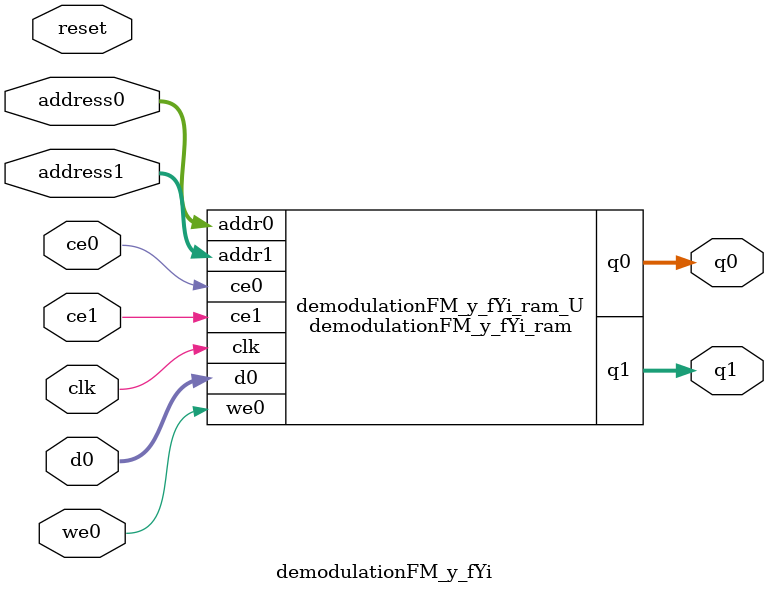
<source format=v>
`timescale 1 ns / 1 ps
module demodulationFM_y_fYi_ram (addr0, ce0, d0, we0, q0, addr1, ce1, q1,  clk);

parameter DWIDTH = 32;
parameter AWIDTH = 13;
parameter MEM_SIZE = 5000;

input[AWIDTH-1:0] addr0;
input ce0;
input[DWIDTH-1:0] d0;
input we0;
output reg[DWIDTH-1:0] q0;
input[AWIDTH-1:0] addr1;
input ce1;
output reg[DWIDTH-1:0] q1;
input clk;

(* ram_style = "block" *)reg [DWIDTH-1:0] ram[0:MEM_SIZE-1];




always @(posedge clk)  
begin 
    if (ce0) begin
        if (we0) 
            ram[addr0] <= d0; 
        q0 <= ram[addr0];
    end
end


always @(posedge clk)  
begin 
    if (ce1) begin
        q1 <= ram[addr1];
    end
end


endmodule

`timescale 1 ns / 1 ps
module demodulationFM_y_fYi(
    reset,
    clk,
    address0,
    ce0,
    we0,
    d0,
    q0,
    address1,
    ce1,
    q1);

parameter DataWidth = 32'd32;
parameter AddressRange = 32'd5000;
parameter AddressWidth = 32'd13;
input reset;
input clk;
input[AddressWidth - 1:0] address0;
input ce0;
input we0;
input[DataWidth - 1:0] d0;
output[DataWidth - 1:0] q0;
input[AddressWidth - 1:0] address1;
input ce1;
output[DataWidth - 1:0] q1;



demodulationFM_y_fYi_ram demodulationFM_y_fYi_ram_U(
    .clk( clk ),
    .addr0( address0 ),
    .ce0( ce0 ),
    .we0( we0 ),
    .d0( d0 ),
    .q0( q0 ),
    .addr1( address1 ),
    .ce1( ce1 ),
    .q1( q1 ));

endmodule


</source>
